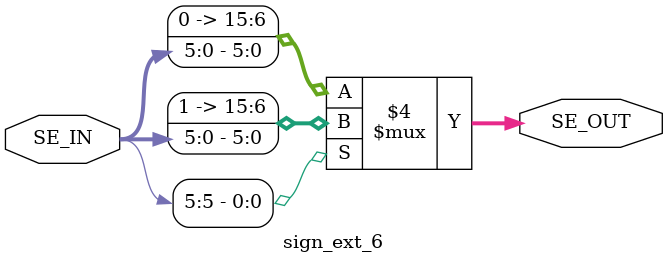
<source format=v>
`timescale 1ns / 1ps


module sign_ext_6 (
    input  wire [5:0] SE_IN,
    output reg  [15:0] SE_OUT
);

always @(*) begin
    if (SE_IN[5] == 1'b0) begin
        SE_OUT = {10'b0000000000, SE_IN};
    end else begin
        SE_OUT = {10'b1111111111, SE_IN};
    end
end

endmodule


</source>
